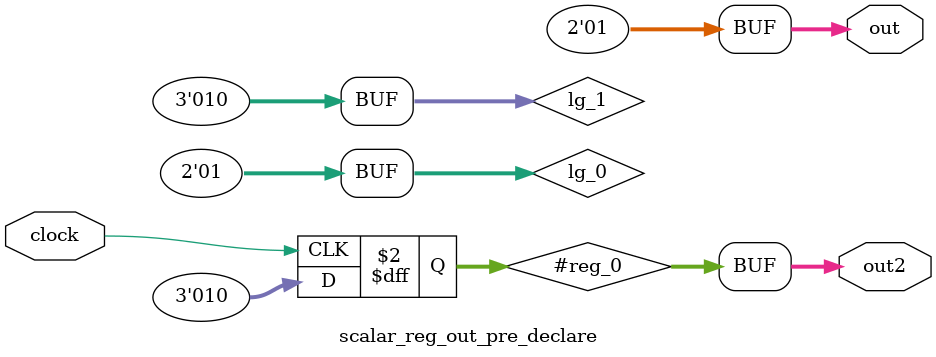
<source format=v>
module scalar_reg_out_pre_declare(clock, out, out2);
  reg [2:0] \#reg_0 ;
  input clock;
  wire [1:0] lg_0;
  wire [2:0] lg_1;
  output [1:0] out;
  output [2:0] out2;
  always @(posedge clock)
    \#reg_0  <= lg_1;
  assign lg_0 = 2'h1;
  assign lg_1 = 3'h2;
  assign out = lg_0;
  assign out2 = \#reg_0 ;
endmodule

</source>
